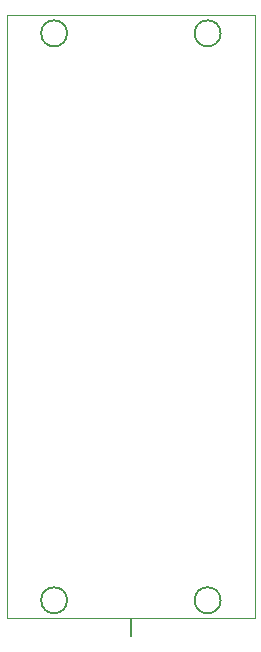
<source format=gbr>
G04 #@! TF.GenerationSoftware,KiCad,Pcbnew,(6.0.6)*
G04 #@! TF.CreationDate,2022-08-20T10:32:50+05:30*
G04 #@! TF.ProjectId,Mitayi-Pico-RP2040,4d697461-7969-42d5-9069-636f2d525032,0.2*
G04 #@! TF.SameCoordinates,PX848f8c0PY6ea0500*
G04 #@! TF.FileFunction,Other,Comment*
%FSLAX46Y46*%
G04 Gerber Fmt 4.6, Leading zero omitted, Abs format (unit mm)*
G04 Created by KiCad (PCBNEW (6.0.6)) date 2022-08-20 10:32:50*
%MOMM*%
%LPD*%
G01*
G04 APERTURE LIST*
%ADD10C,0.150000*%
G04 #@! TA.AperFunction,Profile*
%ADD11C,0.100000*%
G04 #@! TD*
G04 APERTURE END LIST*
D10*
X10500000Y0D02*
X10500000Y-1500000D01*
D11*
X0Y51000000D02*
X21000000Y51000000D01*
X21000000Y0D02*
X0Y0D01*
X21000000Y51000000D02*
X21000000Y0D01*
X0Y0D02*
X0Y51000000D01*
D10*
X18100000Y1490000D02*
G75*
G03*
X18100000Y1490000I-1100000J0D01*
G01*
X5100000Y1490000D02*
G75*
G03*
X5100000Y1490000I-1100000J0D01*
G01*
X18100000Y49490000D02*
G75*
G03*
X18100000Y49490000I-1100000J0D01*
G01*
X5100000Y49490000D02*
G75*
G03*
X5100000Y49490000I-1100000J0D01*
G01*
M02*

</source>
